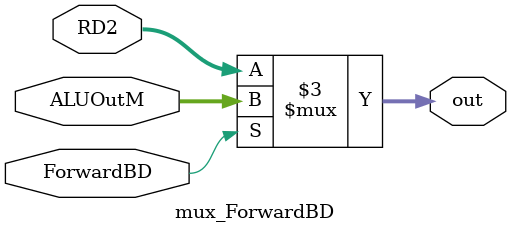
<source format=v>
`timescale 1ns / 1ps
module mux_ForwardBD(
	input wire [31:0]RD2,
	input wire [31:0]ALUOutM,
	input wire ForwardBD,
	output reg [31:0] out
    );

always @(*)
begin
      if(ForwardBD)
			out <= ALUOutM;
      else
         out <= RD2;
end
endmodule

</source>
